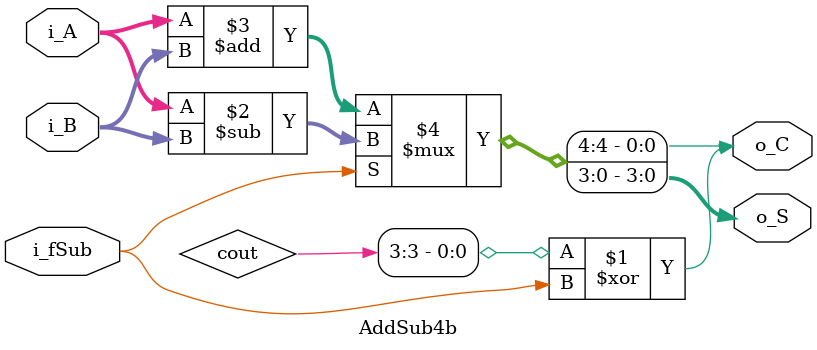
<source format=v>
module AddSub4b(i_A, i_B, i_fSub, o_S, o_C);
input [3:0] i_A, i_B;
input i_fSub;
output wire [3:0] o_S;
output wire o_C;
wire [3:0] cout;

assign o_C= cout[3]^i_fSub;
assign {o_C,o_S}=i_fSub?i_A-i_B:i_A+i_B;
endmodule
</source>
